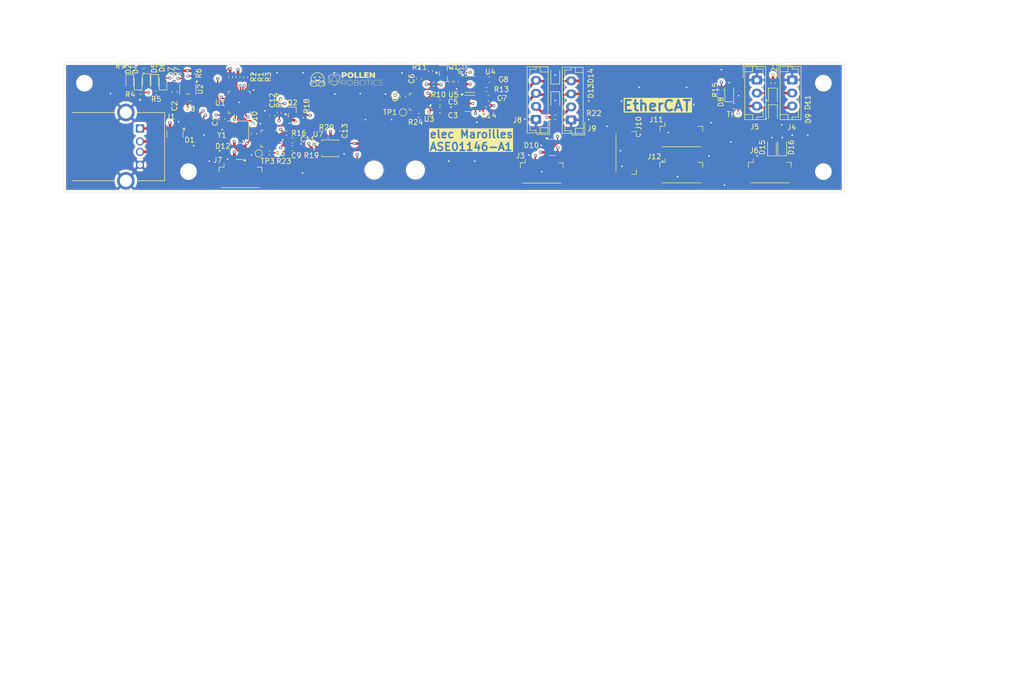
<source format=kicad_pcb>
(kicad_pcb (version 20241229) (generator "pcbnew") (generator_version "9.0")
  (title_block (title "carte elec_maroilles") (date "2025-11-26") (rev "A1") (company "Pollen Robotics / Hugging Face"))
  (layers (0 "F.Cu" jumper) (4 "In1.Cu" signal) (6 "In2.Cu" signal) (2 "B.Cu" signal) (13 "F.Paste" user) (15 "B.Paste" user) (5 "F.SilkS" user "F.Silkscreen") (7 "B.SilkS" user "B.Silkscreen") (1 "F.Mask" user) (3 "B.Mask" user) (25 "Edge.Cuts" user))
  (net 0 "")
  (net 1 "+3V3")
  (net 2 "GND")
  (net 3 "VBUS")
  (net 4 "Net-(U3-V3_{OUT})")
  (net 5 "/USB hub/DM-")
  (net 6 "/USB hub/DM+")
  (net 7 "Net-(D2-A)")
  (net 8 "Net-(D2-K)")
  (net 9 "Net-(U6-V3_{OUT})")
  (net 10 "/Dynamixel TTL/USB_DynM")
  (net 11 "Net-(D5-K)")
  (net 12 "Net-(D6-A)")
  (net 13 "Net-(D8-K)")
  (net 14 "/Dynamixel TTL/USB_headP")
  (net 15 "/Dynamixel TTL/USB_headM")
  (net 16 "/Dynamixel RS485/USB_gripperM")
  (net 17 "/Dynamixel RS485/USB_gripperP")
  (net 20 "/Dynamixel TTL/Dynamixel_dir")
  (net 21 "Net-(Q1-B)")
  (net 22 "Net-(Q2-B)")
  (net 23 "/Dynamixel RS485/Dynamixel_dir")
  (net 24 "Net-(U1-~{XRSTJ})")
  (net 25 "Net-(U1-BUSJ)")
  (net 26 "Net-(U1-REXT)")
  (net 27 "Net-(U1-LED1{slash}EESCL)")
  (net 28 "Net-(U1-LED2)")
  (net 29 "Net-(U1-TESTJ{slash}EESDA)")
  (net 30 "Net-(U2-WP)")
  (net 31 "/Dynamixel TTL/Tx")
  (net 32 "/Dynamixel TTL/Rx")
  (net 33 "Net-(R14-Pad2)")
  (net 34 "/Dynamixel RS485/Tx")
  (net 35 "/Dynamixel TTL/USB_DynP")
  (net 36 "/Dynamixel RS485/Rx")
  (net 37 "Net-(U3-~{DTR})")
  (net 38 "Net-(U3-~{RTS})")
  (net 39 "Net-(U6-~{DTR})")
  (net 40 "Net-(U6-~{RTS})")
  (net 41 "/Dynamixel RS485/USB_DynP")
  (net 42 "Net-(U1-XIN)")
  (net 43 "/Dynamixel RS485/USB_DynM")
  (net 45 "Net-(U1-XOUT)")
  (net 56 "Net-(D11-K)")
  (net 57 "Net-(J8-Pin_2)")
  (net 58 "Net-(D9-K)")
  (net 59 "Net-(D13-K)")
  (net 60 "Net-(D14-K)")
  (net 61 "Net-(J10-Pin_3)")
  (net 62 "Net-(J10-Pin_4)")
  (net 63 "Net-(J10-Pin_2)")
  (net 64 "Net-(J10-Pin_5)")
  (net 65 "Net-(J11-Pin_2)")
  (net 66 "Net-(J11-Pin_3)")
  (net 67 "Net-(Q1-C)")
  (net 68 "Net-(Q2-C)")
  (footprint "Connector_Molex:Molex_PicoBlade_53398-0571_1x05-1MP_P1.25mm_Vertical" (layer "F.Cu") (at 199.4785 77.851)
    (property "Reference" "J12")
    (property "Value" "PicoBlade 5")
  )
  (footprint "Capacitor_SMD:C_0603_1608Metric" (layer "F.Cu") (at 102.1025 63.0525 -90)
    (property "Reference" "C2")
    (property "Value" "100n")
  )
  (footprint "Connector_JST:JST_EH_B3B-EH-A_1x03_P2.50mm_Vertical" (layer "F.Cu") (at 220.7775 60.8 -90)
    (property "Reference" "J4")
    (property "Value" "DNP - Dynamixel-3")
  )
  (footprint "Package_DFN_QFN:WCH_QFN-16-1EP_3x3mm_P0.5mm_EP1.8x1.8mm" (layer "F.Cu") (at 148.865 64.96 180)
    (property "Reference" "U3")
    (property "Value" "CH343P")
  )
  (footprint "Resistor_SMD:R_0402_1005Metric" (layer "F.Cu") (at 155.2025 61.1 90)
    (property "Reference" "R12")
    (property "Value" "20k")
  )
  (footprint "Library_Pollen:Amphenol_LUSBA11100" (layer "F.Cu") (at 92.7375 73.6 -90)
    (property "Reference" "J1")
    (property "Value" "USB_A vert.")
  )
  (footprint "Package_DFN_QFN:WCH_QFN-16-1EP_3x3mm_P0.5mm_EP1.8x1.8mm" (layer "F.Cu") (at 120.3025 72.05 180)
    (property "Reference" "U6")
    (property "Value" "CH343P")
  )
  (footprint "Fiducial:Fiducial_1mm_Mask2mm" (layer "F.Cu") (at 209.7775 59.4 90)
    (property "Reference" "FID3" (hide yes))
    (property "Value" "DNP Fiducial")
  )
  (footprint "Resistor_SMD:R_0603_1608Metric" (layer "F.Cu") (at 209.5775 65.8)
    (property "Reference" "TH1")
    (property "Value" "100R thermistor")
  )
  (footprint "Resistor_SMD:R_0402_1005Metric" (layer "F.Cu") (at 120.3675 74.8)
    (property "Reference" "R23")
    (property "Value" "DNP - 0R")
  )
  (footprint "Resistor_SMD:R_0402_1005Metric" (layer "F.Cu") (at 128.9025 73.825)
    (property "Reference" "R19")
    (property "Value" "0R")
  )
  (footprint "Capacitor_SMD:C_0603_1608Metric" (layer "F.Cu") (at 149.07 60.54 90)
    (property "Reference" "C6")
    (property "Value" "100n")
  )
  (footprint "Diode_SMD:D_SOD-323" (layer "F.Cu") (at 175.2525 64.65 -90)
    (property "Reference" "D13")
    (property "Value" "DNP - B5819WS")
  )
  (footprint "Connector_Molex:Molex_PicoBlade_53398-0571_1x05-1MP_P1.25mm_Vertical" (layer "F.Cu") (at 216.4775 77.85)
    (property "Reference" "J6")
    (property "Value" "Pico5")
  )
  (footprint "Package_DFN_QFN:WQFN-24-1EP_4x4mm_P0.5mm_EP2.6x2.6mm" (layer "F.Cu") (at 114.515 65.1 90)
    (property "Reference" "U1")
    (property "Value" "FE1.1s_24-Pin_WQFN")
  )
  (footprint "Package_TO_SOT_SMD:SOT-143" (layer "F.Cu") (at 102.1775 71.2 -90)
    (property "Reference" "D1")
    (property "Value" "SP0503BAHT")
  )
  (footprint "Resistor_SMD:R_0402_1005Metric" (layer "F.Cu") (at 115.775 60.237 90)
    (property "Reference" "R3")
    (property "Value" "2k7")
  )
  (footprint "Resistor_SMD:R_0402_1005Metric" (layer "F.Cu") (at 95.5675 63.2 180)
    (property "Reference" "R4")
    (property "Value" "330R")
  )
  (footprint "Diode_SMD:D_SOD-323" (layer "F.Cu") (at 208.6775 63.35 90)
    (property "Reference" "D8")
    (property "Value" "5V1")
  )
  (footprint "Resistor_SMD:R_0402_1005Metric" (layer "F.Cu") (at 207.1775 62.7 -90)
    (property "Reference" "R15")
    (property "Value" "150R")
  )
  (footprint "Resistor_SMD:R_0402_1005Metric" (layer "F.Cu") (at 149.0025 67.6)
    (property "Reference" "R24")
    (property "Value" "DNP - 0R")
  )
  (footprint "Diode_SMD:D_SOD-323" (layer "F.Cu") (at 175.2525 59.95 90)
    (property "Reference" "D14")
    (property "Value" "DNP - B5819WS")
  )
  (footprint "Resistor_SMD:R_0402_1005Metric" (layer "F.Cu") (at 151.8425 61.61)
    (property "Reference" "R10")
    (property "Value" "10k")
  )
  (footprint "Connector_Molex:Molex_PicoBlade_53398-0571_1x05-1MP_P1.25mm_Vertical" (layer "F.Cu") (at 189.6285 74.801 -90)
    (property "Reference" "J10")
    (property "Value" "PicoBlade 5")
  )
  (footprint "TestPoint:TestPoint_Pad_D1.0mm" (layer "F.Cu") (at 118.2775 74.9 180)
    (property "Reference" "TP3")
    (property "Value" "TestPoint")
  )
  (footprint "Capacitor_SMD:C_0603_1608Metric" (layer "F.Cu") (at 162.4025 64.3 180)
    (property "Reference" "C7")
    (property "Value" "100n")
  )
  (footprint "Package_TO_SOT_SMD:SOT-23-5" (layer "F.Cu") (at 104.6275 62.5625 -90)
    (property "Reference" "U2")
    (property "Value" "24C02S")
  )
  (footprint "Library_Pollen:Logo_HF_2025" (layer "F.Cu") (at 129.5775 60.705191)
    (property "Reference" "H2" (hide yes))
    (property "Value" "Logo HF 2025" (hide yes))
  )
  (footprint "Resistor_SMD:R_0402_1005Metric" (layer "F.Cu") (at 105.5775 59.5 -90)
    (property "Reference" "R6")
    (property "Value" "5k1")
  )
  (footprint "Package_TO_SOT_SMD:SOT-23-5" (layer "F.Cu") (at 158.8025 65.3)
    (property "Reference" "U5")
    (property "Value" "SN74LVC1G126DBVR")
  )
  (footprint "Connector_JST:JST_EH_B4B-EH-A_1x04_P2.50mm_Vertical" (layer "F.Cu") (at 178.3025 68.45 90)
    (property "Reference" "J9")
    (property "Value" "DNP - Dynamixel-4")
  )
  (footprint "Resistor_SMD:R_0402_1005Metric" (layer "F.Cu") (at 96.1775 59 180)
    (property "Reference" "R9")
    (property "Value" "330R")
  )
  (footprint "Resistor_SMD:R_0402_1005Metric" (layer "F.Cu") (at 151.3025 59.11 90)
    (property "Reference" "R11")
    (property "Value" "10k")
  )
  (footprint "LED_SMD:LED_0603_1608Metric" (layer "F.Cu") (at 93.4775 61.2 -90)
    (property "Reference" "D2")
    (property "Value" "LED_Small")
  )
  (footprint "MountingHole:MountingHole_3.2mm_M3" (layer "F.Cu") (at 140.4275 78.1 90)
    (property "Reference" "H10" (hide yes))
    (property "Value" "MountingHole_Pad")
  )
  (footprint "Package_TO_SOT_SMD:SOT-23" (layer "F.Cu") (at 153.7425 59.55)
    (property "Reference" "Q1")
    (property "Value" "MMBT3906")
  )
  (footprint "Fiducial:Fiducial_1mm_Mask2mm" (layer "F.Cu") (at 123.7775 80.4 90)
    (property "Reference" "FID2" (hide yes))
    (property "Value" "DNP Fiducial")
  )
  (footprint "Library_Pollen:Logo_Pollen_2021_sq" (layer "F.Cu") (at 136.774898 58.905191)
    (property "Reference" "H3" (hide yes))
    (property "Value" "DNP Logo Pollen 2021")
  )
  (footprint "Connector_JST:JST_EH_B3B-EH-A_1x03_P2.50mm_Vertical" (layer "F.Cu") (at 213.9775 60.8 -90)
    (property "Reference" "J5")
    (property "Value" "DNP - Dynamixel-3")
  )
  (footprint "Resistor_SMD:R_0402_1005Metric" (layer "F.Cu") (at 156.2425 61.11 -90)
    (property "Reference" "R25")
    (property "Value" "0R")
  )
  (footprint "Capacitor_SMD:C_0603_1608Metric" (layer "F.Cu") (at 120.8775 67.6 90)
    (property "Reference" "C12")
    (property "Value" "100n")
  )
  (footprint "TestPoint:TestPoint_Pad_D1.0mm" (layer "F.Cu") (at 146.0025 67)
    (property "Reference" "TP1")
    (property "Value" "TestPoint")
  )
  (footprint "LED_SMD:LED_0603_1608Metric" (layer "F.Cu") (at 99.8775 61.2 90)
    (property "Reference" "D7")
    (property "Value" "LED_Small")
  )
  (footprint "LED_SMD:LED_0603_1608Metric" (layer "F.Cu") (at 96.6775 61.055 -90)
    (property "Reference" "D5")
    (property "Value" "LED_Small")
  )
  (footprint "LED_SMD:LED_0603_1608Metric" (layer "F.Cu") (at 95.0775 61.2 90)
    (property "Reference" "D4")
    (property "Value" "LED_Small")
  )
  (footprint "Capacitor_SMD:C_0603_1608Metric" (layer "F.Cu") (at 117.3525 71.1 -90)
    (property "Reference" "C10")
    (property "Value" "100n")
  )
  (footprint "Resistor_SMD:R_0402_1005Metric" (layer "F.Cu") (at 131.6025 71.55 180)
    (property "Reference" "R20")
    (property "Value" "10k")
  )
  (footprint "Capacitor_SMD:C_0603_1608Metric" (layer "F.Cu") (at 145.9675 64.005 90)
    (property "Reference" "C4")
    (property "Value" "100n")
  )
  (footprint "Crystal:Crystal_SMD_3225-4Pin_3.2x2.5mm" (layer "F.Cu") (at 114.2775 70.4 180)
    (property "Reference" "Y1")
    (property "Value" "12MHz")
  )
  (footprint "Resistor_SMD:R_0402_1005Metric" (layer "F.Cu") (at 161.9025 66.3 180)
    (property "Reference" "R14")
    (property "Value" "10k")
  )
  (footprint "Capacitor_SMD:C_0603_1608Metric" (layer "F.Cu") (at 124.7525 72.4 180)
    (property "Reference" "C11")
    (property "Value" "1uF-6V3")
  )
  (footprint "Resistor_SMD:R_0402_1005Metric" (layer "F.Cu") (at 162.0025 62.6 180)
    (property "Reference" "R13")
    (property "Value" "10k")
  )
  (footprint "Diode_SMD:D_SOD-323" (layer "F.Cu") (at 217.0775 67.15 -90)
    (property "Reference" "D9")
    (property "Value" "DNP - B5819WS")
  )
  (footprint "LED_SMD:LED_0603_1608Metric" (layer "F.Cu") (at 98.2775 61.2 -90)
    (property "Reference" "D6")
    (property "Value" "LED_Small")
  )
  (footprint "Connector_JST:JST_EH_B4B-EH-A_1x04_P2.50mm_Vertical" (layer "F.Cu") (at 171.5525 68.35 90)
    (property "Reference" "J8")
    (property "Value" "DNP - Dynamixel-4")
  )
  (footprint "Capacitor_SMD:C_0603_1608Metric" (layer "F.Cu") (at 153.1025 65.1 180)
    (property "Reference" "C5")
    (property "Value" "1uF-6V3")
  )
  (footprint "Capacitor_SMD:C_0603_1608Metric" (layer "F.Cu") (at 153.1025 66.6 180)
    (property "Reference" "C3")
    (property "Value" "1uF-6V3")
  )
  (footprint "MountingHole:MountingHole_3.2mm_M3_ISO7380_Pad_TopBottom" (layer "F.Cu") (at 84.7775 61.4)
    (property "Reference" "H4" (hide yes))
    (property "Value" "MountingHole_Pad")
  )
  (footprint "Connector_Molex:Molex_PicoBlade_53398-0571_1x05-1MP_P1.25mm_Vertical" (layer "F.Cu") (at 172.6525 77.9)
    (property "Reference" "J3")
    (property "Value" "Pico5")
  )
  (footprint "MountingHole:MountingHole_3.2mm_M3" (layer "F.Cu") (at 148.3775 78.1 90)
    (property "Reference" "H11" (hide yes))
    (property "Value" "MountingHole_Pad")
  )
  (footprint "Resistor_SMD:R_0402_1005Metric" (layer "F.Cu") (at 127.215 68.05 90)
    (property "Reference" "R18")
    (property "Value" "20k")
  )
  (footprint "Diode_SMD:D_SOD-323" (layer "F.Cu") (at 217.0775 63.95 -90)
    (property "Reference" "D11")
    (property "Value" "DNP - B5819WS")
  )
  (footprint "MountingHole:MountingHole_3.2mm_M3_ISO7380_Pad_TopBottom" (layer "F.Cu") (at 226.7775 61.4)
    (property "Reference" "H6" (hide yes))
    (property "Value" "MountingHole_Pad")
  )
  (footprint "Resistor_SMD:R_0402_1005Metric" (layer "F.Cu") (at 103.6775 59.5 -90)
    (property "Reference" "R7")
    (property "Value" "5k1")
  )
  (footprint "Resistor_SMD:R_0402_1005Metric" (layer "F.Cu") (at 175.2525 67.95)
    (property "Reference" "R22")
    (property "Value" "DNP - 0R")
  )
  (footprint "Fiducial:Fiducial_1mm_Mask2mm" (layer "F.Cu") (at 89.7775 59.4 90)
    (property "Reference" "FID1" (hide yes))
    (property "Value" "DNP Fiducial")
  )
  (footprint "Resistor_SMD:R_0402_1005Metric" (layer "F.Cu") (at 123.5775 71)
    (property "Reference" "R16")
    (property "Value" "10k")
  )
  (footprint "Resistor_SMD:R_0402_1005Metric" (layer "F.Cu") (at 105.1025 65.1525 180)
    (property "Reference" "R8")
    (property "Value" "10k")
  )
  (footprint "Connector_Molex:Molex_PicoBlade_53398-0571_1x05-1MP_P1.25mm_Vertical" (layer "F.Cu") (at 199.4785 70.901)
    (property "Reference" "J11")
    (property "Value" "PicoBlade 5")
  )
  (footprint "Capacitor_SMD:C_0603_1608Metric" (layer "F.Cu") (at 133.3775 70.6 -90)
    (property "Reference" "C13")
    (property "Value" "100n")
  )
  (footprint "Package_TO_SOT_SMD:SOT-143" (layer "F.Cu") (at 114.5775 74.5 180)
    (property "Reference" "D12")
    (property "Value" "SP0503BAHT")
  )
  (footprint "Resistor_SMD:R_0402_1005Metric" (layer "F.Cu") (at 122.215 67.05 90)
    (property "Reference" "R17")
    (property "Value" "10k")
  )
  (footprint "MountingHole:MountingHole_3.2mm_M3_ISO7380_Pad_TopBottom" (layer "F.Cu") (at 226.7775 78.4)
    (property "Reference" "H7" (hide yes))
    (property "Value" "MountingHole_Pad")
  )
  (footprint "Connector_Molex:Molex_PicoBlade_53398-0571_1x05-1MP_P1.25mm_Vertical" (layer "F.Cu") (at 114.7775 78.75)
    (property "Reference" "J7")
    (property "Value" "Pico5")
  )
  (footprint "Resistor_SMD:R_0402_1005Metric" (layer "F.Cu") (at 112.8775 60.227 -90)
    (property "Reference" "R2")
    (property "Value" "0R")
  )
  (footprint "Package_TO_SOT_SMD:SOT-23-5" (layer "F.Cu") (at 158.9025 61.6)
    (property "Reference" "U4")
    (property "Value" "SN74LVC1G125DBV")
  )
  (footprint "Package_TO_SOT_SMD:SOT-143" (layer "F.Cu") (at 174.6525 73.75)
    (property "Reference" "D10")
    (property "Value" "SP0503BAHT")
  )
  (footprint "MountingHole:MountingHole_3.2mm_M3_ISO7380_Pad_TopBottom" (layer "F.Cu") (at 104.7775 78.4)
    (property "Reference" "H5" (hide yes))
    (property "Value" "MountingHole_Pad")
  )
  (footprint "Package_TO_SOT_SMD:SOT-23" (layer "F.Cu") (at 124.715 67.55)
    (property "Reference" "Q2")
    (property "Value" "MMBT3906")
  )
  (footprint "Capacitor_SMD:C_0603_1608Metric" (layer "F.Cu") (at 124.7525 73.9 180)
    (property "Reference" "C9")
    (property "Value" "1uF-6V3")
  )
  (footprint "Resistor_SMD:R_0402_1005Metric" (layer "F.Cu") (at 217.0775 61.4 -90)
    (property "Reference" "R21")
    (property "Value" "DNP - 0R")
  )
  (footprint "Diode_SMD:D_SOD-323" (layer "F.Cu") (at 216.8775 73.75 90)
    (property "Reference" "D15")
    (property "Value" "B5819WS")
  )
  (footprint "Capacitor_SMD:C_0603_1608Metric" (layer "F.Cu") (at 111.2775 68.3 -90)
    (property "Reference" "C1")
    (property "Value" "10u")
  )
  (footprint "Resistor_SMD:R_0402_1005Metric" (layer "F.Cu") (at 98.5675 63.3 180)
    (property "Reference" "R5")
    (property "Value" "330R")
  )
  (footprint "Diode_SMD:D_SOD-323" (layer "F.Cu") (at 218.8775 73.75 90)
    (property "Reference" "D16")
    (property "Value" "B5819WS")
  )
  (footprint "Capacitor_SMD:C_0603_1608Metric" (layer "F.Cu") (at 162.6025 60.7 180)
    (property "Reference" "C8")
    (property "Value" "100n")
  )
  (footprint "Package_DFN_QFN:DFN-8-1EP_3x3mm_P0.65mm_EP1.5x2.25mm" (layer "F.Cu") (at 132.0025 73.925)
    (property "Reference" "U7")
    (property "Value" "SIT3088E")
  )
  (footprint "Resistor_SMD:R_0402_1005Metric" (layer "F.Cu") (at 114.275 60.227 -90)
    (property "Reference" "R1")
    (property "Value" "10k")
  )
  (gr_rect (start 80.7775 57.4) (end 230.7775 82.4) (stroke (width 0.05)) (fill no) (layer "Edge.Cuts"))
  (gr_text "elec Maroilles\nASE01146-A1" (at 150.9775 74.5 0) (layer "F.SilkS" knockout) (effects (font (size 1.5 1.5) (thickness 0.3) (bold yes)) (justify left bottom)))
  (gr_text "EtherCAT" (at 188.0775 66.9 0) (layer "F.SilkS" knockout) (effects (font (size 2 2) (thickness 0.4) (bold yes)) (justify left bottom)))
  (segment (start 114.2775 58.8) (end 114.2775 59.7145) (width 0.5) (layer "F.Cu") (net 1))
  (segment (start 111.9025 67.525) (end 111.2775 67.525) (width 0.25) (layer "F.Cu") (net 1))
  (segment (start 114.2775 59.7145) (end 114.275 59.717) (width 0.5) (layer "F.Cu") (net 1))
  (segment (start 112.5775 64.35) (end 111.3275 64.35) (width 0.25) (layer "F.Cu") (net 1))
  (segment (start 111.2775 67.525) (end 110.1025 67.525) (width 0.25) (layer "F.Cu") (net 1))
  (segment (start 110.1025 67.525) (end 110.0775 67.5) (width 0.25) (layer "F.Cu") (net 1))
  (segment (start 112.2775 67.9) (end 111.9025 67.525) (width 0.25) (layer "F.Cu") (net 1))
  (segment (start 111.3275 64.35) (end 111.0775 64.1) (width 0.25) (layer "F.Cu") (net 1))
  (segment (start 113.1775 67.9) (end 112.2775 67.9) (width 0.25) (layer "F.Cu") (net 1))
  (segment (start 113.265 67.8125) (end 113.1775 67.9) (width 0.25) (layer "F.Cu") (net 1))
  (segment (start 113.265 67.0375) (end 113.265 67.8125) (width 0.25) (layer "F.Cu") (net 1))
  (via (at 111.0775 64.1) (size 0.6) (drill 0.3) (layers "F.Cu" "B.Cu") (net 1))
  (via (at 114.2775 58.8) (size 0.6) (drill 0.3) (layers "F.Cu" "B.Cu") (net 1))
  (via (at 110.0775 67.5) (size 0.6) (drill 0.3) (layers "F.Cu" "B.Cu") (net 1))
  (segment (start 213.9775 75.4) (end 214.0275 75.35) (width 0.5) (layer "F.Cu") (net 2))
  (segment (start 120.8775 66.825) (end 119.6025 66.825) (width 0.5) (layer "F.Cu") (net 2))
  (segment (start 102.9275 70.2) (end 102.9275 68.85) (width 0.25) (layer "F.Cu") (net 2))
  (segment (start 155.2025 61.61) (end 156.0925 62.5) (width 0.25) (layer "F.Cu") (net 2))
  (segment (start 196.9785 69.651) (end 196.9785 70.901) (width 0.5) (layer "F.Cu") (net 2))
  (segment (start 121.79 72.3) (end 122.8775 72.3) (width 0.25) (layer "F.Cu") (net 2))
  (segment (start 102.0775 61.1) (end 102.1025 61.125) (width 0.5) (layer "F.Cu") (net 2))
  (segment (start 155.4525 66.25) (end 155.2025 66) (width 0.25) (layer "F.Cu") (net 2))
  (segment (start 157.765 62.55) (end 156.3525 62.55) (width 0.25) (layer "F.Cu") (net 2))
  (segment (start 102.9275 68.85) (end 102.8775 68.8) (width 0.25) (layer "F.Cu") (net 2))
  (segment (start 104.6275 61.425) (end 104.6275 61.9916) (width 0.5) (layer "F.Cu") (net 2))
  (segment (start 217.0775 65) (end 216.1775 65) (width 0.25) (layer "F.Cu") (net 2))
  (segment (start 156.0925 62.5) (end 156.3025 62.5) (width 0.25) (layer "F.Cu") (net 2))
  (segment (start 115.6275 75.2) (end 115.5775 75.25) (width 0.5) (layer "F.Cu") (net 2))
  (segment (start 169.4275 68.35) (end 169.3775 68.3) (width 0.25) (layer "F.Cu") (net 2))
  (segment (start 196.9785 76.601) (end 196.0785 76.601) (width 0.5) (layer "F.Cu") (net 2))
  (segment (start 116.3025 70.325) (end 115.3775 71.25) (width 0.25) (layer "F.Cu") (net 2))
  (segment (start 134.5775 74.9) (end 134.6775 75) (width 0.25) (layer "F.Cu") (net 2))
  (segment (start 125.5275 73.9) (end 125.5275 73.1) (width 0.25) (layer "F.Cu") (net 2))
  (segment (start 175.2525 65.7) (end 175.2525 64.75) (width 0.5) (layer "F.Cu") (net 2))
  (segment (start 208.6775 62.3) (end 208.6775 61.3) (width 0.5) (layer "F.Cu") (net 2))
  (segment (start 153.8775 66.6) (end 154.4775 66) (width 0.25) (layer "F.Cu") (net 2))
  (segment (start 119.6025 66.825) (end 119.4775 66.7) (width 0.5) (layer "F.Cu") (net 2))
  (segment (start 117.3525 70.325) (end 116.3025 70.325) (width 0.25) (layer "F.Cu") (net 2))
  (segment (start 104.6275 61.9916) (end 104.0806 62.5385) (width 0.5) (layer "F.Cu") (net 2))
  (segment (start 156.3525 62.55) (end 156.3025 62.5) (width 0.25) (layer "F.Cu") (net 2))
  (segment (start 149.07 58.6075) (end 149.0775 58.6) (width 0.25) (layer "F.Cu") (net 2))
  (segment (start 117.4525 70.325) (end 118.5775 69.2) (width 0.25) (layer "F.Cu") (net 2))
  (segment (start 115.3775 72.1) (end 115.3775 71.25) (width 0.25) (layer "F.Cu") (net 2))
  (segment (start 213.9775 76.6) (end 213.9775 75.4) (width 0.5) (layer "F.Cu") (net 2))
  (segment (start 111.2775 69.075) (end 111.8525 69.075) (width 0.25) (layer "F.Cu") (net 2))
  (segment (start 151.310762 65.624378) (end 150.896384 65.21) (width 0.25) (layer "F.Cu") (net 2))
  (segment (start 121.79 72.3) (end 120.5525 72.3) (width 0.25) (layer "F.Cu") (net 2))
  (segment (start 172.6525 78.375) (end 172.6775 78.4) (width 0.25) (layer "F.Cu") (net 2))
  (segment (start 157.665 66.25) (end 155.4525 66.25) (width 0.25) (layer "F.Cu") (net 2))
  (segment (start 154.4775 66) (end 155.2025 66) (width 0.25) (layer "F.Cu") (net 2))
  (segment (start 170.1525 76.65) (end 170.1525 75.225) (width 0.5) (layer "F.Cu") (net 2))
  (segment (start 115.2775 72.2) (end 115.3775 72.1) (width 0.25) (layer "F.Cu") (net 2))
  (segment (start 150.896384 65.21) (end 150.3525 65.21) (width 0.25) (layer "F.Cu") (net 2))
  (segment (start 112.2775 77.5) (end 112.2775 76) (width 0.5) (layer "F.Cu") (net 2))
  (segment (start 102.3635 62.5385) (end 102.1025 62.2775) (width 0.5) (layer "F.Cu") (net 2))
  (segment (start 175.2525 58.9) (end 175.2525 59.85) (width 0.5) (layer "F.Cu") (net 2))
  (segment (start 125.5275 73.1) (end 126.3775 73.1) (width 0.25) (layer "F.Cu") (net 2))
  (segment (start 115.2775 72.5) (end 115.2775 72.2) (width 0.25) (layer "F.Cu") (net 2))
  (segment (start 149.115 65.21) (end 148.865 64.96) (width 0.25) (layer "F.Cu") (net 2))
  (segment (start 216.8775 72.7) (end 216.8775 71.85) (width 0.5) (layer "F.Cu") (net 2))
  (segment (start 116.8775 75.2) (end 115.6275 75.2) (width 0.5) (layer "F.Cu") (net 2))
  (segment (start 190.8785 72.301) (end 190.8785 72.001) (width 0.5) (layer "F.Cu") (net 2))
  (segment (start 114.515 65.1) (end 114.4775 65.1) (width 0.5) (layer "F.Cu") (net 2))
  (segment (start 125.5275 73.1) (end 125.5275 72.4) (width 0.25) (layer "F.Cu") (net 2))
  (segment (start 172.6525 76.65) (end 172.6525 78.375) (width 0.25) (layer "F.Cu") (net 2))
  (segment (start 117.3525 70.325) (end 117.4525 70.325) (width 0.25) (layer "F.Cu") (net 2))
  (segment (start 173.6525 73) (end 173.3025 73.35) (width 0.5) (layer "F.Cu") (net 2))
  (segment (start 133.4025 74.9) (end 134.5775 74.9) (width 0.25) (layer "F.Cu") (net 2))
  (segment (start 112.3275 69.55) (end 113.1775 69.55) (width 0.25) (layer "F.Cu") (net 2))
  (segment (start 111.8525 69.075) (end 112.3275 69.55) (width 0.25) (layer "F.Cu") (net 2))
  (segment (start 102.1025 62.2775) (end 102.1025 61.125) (width 0.5) (layer "F.Cu") (net 2))
  (segment (start 150.3525 65.21) (end 149.115 65.21) (width 0.25) (layer "F.Cu") (net 2))
  (segment (start 218.8775 72.7) (end 218.8775 71.85) (width 0.5) (layer "F.Cu") (net 2))
  (segment (start 120.5525 72.3) (end 120.3025 72.05) (width 0.25) (layer "F.Cu") (net 2))
  (segment (start 171.5525 68.35) (end 169.4275 68.35) (width 0.25) (layer "F.Cu") (net 2))
  (segment (start 190.8785 72.001) (end 191.5785 71.301) (width 0.5) (layer "F.Cu") (net 2))
  (segment (start 173.3025 73.35) (end 172.5525 73.35) (width 0.5) (layer "F.Cu") (net 2))
  (segment (start 216.1775 65) (end 215.8775 64.7) (width 0.25) (layer "F.Cu") (net 2))
  (segment (start 170.1525 75.225) (end 170.1775 75.2) (width 0.5) (layer "F.Cu") (net 2))
  (segment (start 196.0785 76.601) (end 195.8785 76.401) (width 0.5) (layer "F.Cu") (net 2))
  (segment (start 217.0775 68.2) (end 215.7775 68.2) (width 0.25) (layer "F.Cu") (net 2))
  (segment (start 104.0806 62.5385) (end 102.3635 62.5385) (width 0.5) (layer "F.Cu") (net 2))
  (segment (start 149.07 59.765) (end 149.07 58.6075) (width 0.25) (layer "F.Cu") (net 2))
  (segment (start 111.2775 69.075) (end 111.2775 70.3) (width 0.25) (layer "F.Cu") (net 2))
  (via (at 138.7775 59.4) (size 0.6) (drill 0.3) (layers "F.Cu" "B.Cu") (net 2))
  (via (at 156.5775 58.9) (size 0.6) (drill 0.3) (layers "F.Cu" "B.Cu") (net 2))
  (via (at 115.2775 72.5) (size 0.6) (drill 0.3) (layers "F.Cu" "B.Cu") (net 2))
  (via (at 208.6775 61.3) (size 0.6) (drill 0.3) (layers "F.Cu" "B.Cu") (net 2))
  (via (at 137.7775 63.4) (size 0.6) (drill 0.3) (layers "F.Cu" "B.Cu") (net 2))
  (via (at 156.3025 62.5) (size 0.6) (drill 0.3) (layers "F.Cu" "B.Cu") (net 2))
  (via (at 117.2775 62.7) (size 0.6) (drill 0.3) (layers "F.Cu" "B.Cu") (net 2))
  (via (at 119.4775 66.7) (size 0.6) (drill 0.3) (layers "F.Cu" "B.Cu") (net 2))
  (via (at 218.7775 69.4) (size 0.6) (drill 0.3) (layers "F.Cu" "B.Cu") (net 2))
  (via (at 151.310762 65.624378) (size 0.6) (drill 0.3) (layers "F.Cu" "B.Cu") (net 2))
  (via (at 210.4775 63.8) (size 0.6) (drill 0.3) (layers "F.Cu" "B.Cu") (net 2))
  (via (at 204.7775 75.4) (size 0.6) (drill 0.3) (layers "F.Cu" "B.Cu") (net 2))
  (via (at 216.8775 71.85) (size 0.6) (drill 0.3) (layers "F.Cu" "B.Cu") (net 2))
  (via (at 187.9775 64.8) (size 0.6) (drill 0.3) (layers "F.Cu" "B.Cu") (net 2))
  (via (at 126.6775 78.7) (size 0.6) (drill 0.3) (layers "F.Cu" "B.Cu") (net 2))
  (via (at 181.6775 68.4) (size 0.6) (drill 0.3) (layers "F.Cu" "B.Cu") (net 2))
  (via (at 138.7775 68.4) (size 0.6) (drill 0.3) (layers "F.Cu" "B.Cu") (net 2))
  (via (at 205.1775 69) (size 0.6) (drill 0.3) (layers "F.Cu" "B.Cu") (net 2))
  (via (at 117.1275 59.7) (size 0.6) (drill 0.3) (layers "F.Cu" "B.Cu") (net 2))
  (via (at 102.8775 68.8) (size 0.6) (drill 0.3) (layers "F.Cu" "B.Cu") (net 2))
  (via (at 207.1775 58.8) (size 0.6) (drill 0.3) (layers "F.Cu" "B.Cu") (net 2))
  (via (at 195.6775 64.8) (size 0.6) (drill 0.3) (layers "F.Cu" "B.Cu") (net 2))
  (via (at 143.7775 68.4) (size 0.6) (drill 0.3) (layers "F.Cu" "B.Cu") (net 2))
  (via (at 191.3775 62.2) (size 0.6) (drill 0.3) (layers "F.Cu" "B.Cu") (net 2))
  (via (at 223.7775 68.4) (size 0.6) (drill 0.3) (layers "F.Cu" "B.Cu") (net 2))
  (via (at 102.1025 61.125) (size 0.6) (drill 0.3) (layers "F.Cu" "B.Cu") (net 2))
  (via (at 181.6775 64.8) (size 0.6) (drill 0.3) (layers "F.Cu" "B.Cu") (net 2))
  (via (at 107.7775 71.4) (size 0.6) (drill 0.3) (layers "F.Cu" "B.Cu") (net 2))
  (via (at 126.7775 59.4) (size 0.6) (drill 0.3) (layers "F.Cu" "B.Cu") (net 2))
  (via (at 195.8785 76.401) (size 0.6) (drill 0.3) (layers "F.Cu" "B.Cu") (net 2))
  (via (at 110.7775 74.4) (size 0.6) (drill 0.3) (layers "F.Cu" "B.Cu") (net 2))
  (via (at 159.7775 76.4) (size 0.6) (drill 0.3) (layers "F.Cu" "B.Cu") (net 2))
  (via (at 223.7775 65.4) (size 0.6) (drill 0.3) (layers "F.Cu" "B.Cu") (net 2))
  (via (at 220.7775 71.4) (size 0.6) (drill 0.3) (layers "F.Cu" "B.Cu") (net 2))
  (via (at 160.1775 68.9) (size 0.6) (drill 0.3) (layers "F.Cu" "B.Cu") (net 2))
  (via (at 172.5525 73.35) (size 0.6) (drill 0.3) (layers "F.Cu" "B.Cu") (net 2))
  (via (at 114.515 65.1) (size 0.6) (drill 0.3) (layers "F.Cu" "B.Cu") (net 2))
  (via (at 112.2775 76) (size 0.6) (drill 0.3) (layers "F.Cu" "B.Cu") (net 2))
  (via (at 207.7775 81) (size 0.6) (drill 0.3) (layers "F.Cu" "B.Cu") (net 2))
  (via (at 94.3275 59) (size 0.6) (drill 0.3) (layers "F.Cu" "B.Cu") (net 2))
  (via (at 126.3775 73.1) (size 0.6) (drill 0.3) (layers "F.Cu" "B.Cu") (net 2))
  (via (at 155.2025 66) (size 0.6) (drill 0.3) (layers "F.Cu" "B.Cu") (net 2))
  (via (at 223.7775 71.4) (size 0.6) (drill 0.3) (layers "F.Cu" "B.Cu") (net 2))
  (via (at 165.0775 64.3) (size 0.6) (drill 0.3) (layers "F.Cu" "B.Cu") (net 2))
  (via (at 170.1775 75.2) (size 0.6) (drill 0.3) (layers "F.Cu" "B.Cu") (net 2))
  (via (at 163.9775 73.3) (size 0.6) (drill 0.3) (layers "F.Cu" "B.Cu") (net 2))
  (via (at 175.2525 64.75) (size 0.6) (drill 0.3) (layers "F.Cu" "B.Cu") (net 2))
  (via (at 187.7775 74.4) (size 0.6) (drill 0.3) (layers "F.Cu" "B.Cu") (net 2))
  (via (at 215.7775 68.2) (size 0.6) (drill 0.3) (layers "F.Cu" "B.Cu") (net 2))
  (via (at 218.8775 71.85) (size 0.6) (drill 0.3) (layers "F.Cu" "B.Cu") (net 2))
  (via (at 121.7775 59.4) (size 0.6) (drill 0.3) (layers "F.Cu" "B.Cu") (net 2))
  (via (at 142.6275 63.5) (size 0.6) (drill 0.3) (layers "F.Cu" "B.Cu") (net 2))
  (via (at 165.1775 60.8) (size 0.6) (drill 0.3) (layers "F.Cu" "B.Cu") (net 2))
  (via (at 185.1775 69.7) (size 0.6) (drill 0.3) (layers "F.Cu" "B.Cu") (net 2))
  (via (at 134.6775 75) (size 0.6) (drill 0.3) (layers "F.Cu" "B.Cu") (net 2))
  (via (at 169.3775 68.3) (size 0.6) (drill 0.3) (layers "F.Cu" "B.Cu") (net 2))
  (via (at 149.0775 58.6) (size 0.6) (drill 0.3) (layers "F.Cu" "B.Cu") (net 2))
  (via (at 122.8775 72.3) (size 0.6) (drill 0.3) (layers "F.Cu" "B.Cu") (net 2))
  (via (at 198.7775 79.4) (size 0.6) (drill 0.3) (layers "F.Cu" "B.Cu") (net 2))
  (via (at 200.4775 62.2) (size 0.6) (drill 0.3) (layers "F.Cu" "B.Cu") (net 2))
  (via (at 182.4775 62.2) (size 0.6) (drill 0.3) (layers "F.Cu" "B.Cu") (net 2))
  (via (at 172.6775 78.4) (size 0.6) (drill 0.3) (layers "F.Cu" "B.Cu") (net 2))
  (via (at 208.9775 72.7) (size 0.6) (drill 0.3) (layers "F.Cu" "B.Cu") (net 2))
  (via (at 118.5775 69.2) (size 0.6) (drill 0.3) (layers "F.Cu" "B.Cu") (net 2))
  (via (at 108.7775 76.4) (size 0.6) (drill 0.3) (layers "F.Cu" "B.Cu") (net 2))
  (via (at 175.2525 59.85) (size 0.6) (drill 0.3) (layers "F.Cu" "B.Cu") (net 2))
  (via (at 105.7775 73.4) (size 0.6) (drill 0.3) (layers "F.Cu" "B.Cu") (net 2))
  (via (at 154.7775 76.4) (size 0.6) (drill 0.3) (layers "F.Cu" "B.Cu") (net 2))
  (via (at 89.7775 63.4) (size 0.6) (drill 0.3) (layers "F.Cu" "B.Cu") (net 2))
  (via (at 145.7775 59.4) (size 0.6) (drill 0.3) (layers "F.Cu" "B.Cu") (net 2))
  (via (at 214.0275 75.35) (size 0.6) (drill 0.3) (layers "F.Cu" "B.Cu") (net 2))
  (via (at 188.0775 77.4) (size 0.6) (drill 0.3) (layers "F.Cu" "B.Cu") (net 2))
  (via (at 132.8775 63.5) (size 0.6) (drill 0.3) (layers "F.Cu" "B.Cu") (net 2))
  (via (at 196.9785 70.901) (size 0.6) (drill 0.3) (layers "F.Cu" "B.Cu") (net 2))
  (via (at 132.7775 59.4) (size 0.6) (drill 0.3) (layers "F.Cu" "B.Cu") (net 2))
  (via (at 215.8775 64.7) (size 0.6) (drill 0.3) (layers "F.Cu" "B.Cu") (net 2))
  (via (at 201.8775 65.5) (size 0.6) (drill 0.3) (layers "F.Cu" "B.Cu") (net 2))
  (via (at 116.8775 75.2) (size 0.6) (drill 0.3) (layers "F.Cu" "B.Cu") (net 2))
  (via (at 191.5785 71.301) (size 0.6) (drill 0.3) (layers "F.Cu" "B.Cu") (net 2))
  (via (at 111.2775 70.3) (size 0.6) (drill 0.3) (layers "F.Cu" "B.Cu") (net 2))
  (segment (start 122.9775 73.3) (end 123.5775 73.9) (width 0.25) (layer "F.Cu") (net 3))
  (segment (start 113.5235 60.363) (end 112.8775 59.717) (width 0.25) (layer "F.Cu") (net 3))
  (segment (start 150.3625 65.7) (end 150.5025 65.7) (width 0.25) (layer "F.Cu") (net 3))
  (segment (start 115.5775 73.4) (end 115.9775 73) (width 0.25) (layer "F.Cu") (net 3))
  (segment (start 111.7775 59.3) (end 112.4775 58.6) (width 0.25) (layer "F.Cu") (net 3))
  (segment (start 151.5125 64.71) (end 151.9025 65.1) (width 0.25) (layer "F.Cu") (net 3))
  (segment (start 144.9725 63.23) (end 144.5025 63.7) (width 0.25) (layer "F.Cu") (net 3))
  (segment (start 123.8775 72.4) (end 123.0775 73.2) (width 0.25) (layer "F.Cu") (net 3))
  (segment (start 152.3525 61.61) (end 153.2125 61.61) (width 0.25) (layer "F.Cu") (net 3))
  (segment (start 132.1125 71.55) (end 133.2025 71.55) (width 0.25) (layer "F.Cu") (net 3))
  (segment (start 151.4025 66.6) (end 152.3275 66.6) (width 0.25) (layer "F.Cu") (net 3))
  (segment (start 161.5775 64.35) (end 161.6275 64.3) (width 0.25) (layer "F.Cu") (net 3))
  (segment (start 118.815 71.3) (end 117.9275 71.3) (width 0.25) (layer "F.Cu") (net 3))
  (segment (start 122.646202 71.646) (end 123.4415 71.646) (width 0.25) (layer "F.Cu") (net 3))
  (segment (start 123.0775 73.2) (end 122.4775 73.8) (width 0.25) (layer "F.Cu") (net 3))
  (segment (start 134.4775 72.6) (end 134.4775 71.7) (width 0.25) (layer "F.Cu") (net 3))
  (segment (start 152.3525 61.25) (end 152.805 60.7975) (width 0.25) (layer "F.Cu") (net 3))
  (segment (start 217.0775 60.89) (end 217.0775 59.8) (width 0.5) (layer "F.Cu") (net 3))
  (segment (start 105.5675 59) (end 105.5775 58.99) (width 0.5) (layer "F.Cu") (net 3))
  (segment (start 123.4415 71.864) (end 123.4415 71.646) (width 0.25) (layer "F.Cu") (net 3))
  (segment (start 132.0775 70.7) (end 132.0775 71.515) (width 0.5) (layer "F.Cu") (net 3))
  (segment (start 152.3525 61.61) (end 152.3525 61.25) (width 0.25) (layer "F.Cu") (net 3))
  (segment (start 132.0775 71.515) (end 132.1125 71.55) (width 0.5) (layer "F.Cu") (net 3))
  (segment (start 103.6875 59) (end 103.6775 58.99) (width 0.5) (layer "F.Cu") (net 3))
  (segment (start 161.8275 61.425) (end 161.8275 60.7) (width 0.25) (layer "F.Cu") (net 3))
  (segment (start 150.3525 65.71) (end 150.3625 65.7) (width 0.25) (layer "F.Cu") (net 3))
  (segment (start 133.4025 72.95) (end 134.1275 72.95) (width 0.25) (layer "F.Cu") (net 3))
  (segment (start 161.7775 60.65) (end 161.8275 60.7) (width 0.25) (layer "F.Cu") (net 3))
  (segment (start 113.5235 62.269259) (end 113.5235 60.363) (width 0.25) (layer "F.Cu") (net 3))
  (segment (start 134.1275 72.95) (end 134.4775 72.6) (width 0.25) (layer "F.Cu") (net 3))
  (segment (start 111.7775 63.7) (end 111.7775 59.3) (width 0.25) (layer "F.Cu") (net 3))
  (segment (start 104.5925 65.1525) (end 104.5925 64.615) (width 0.5) (layer "F.Cu") (net 3))
  (segment (start 104.5775 59) (end 105.5675 59) (width 0.5) (layer "F.Cu") (net 3))
  (segment (start 112.7775 58.6) (end 112.7775 59.617) (width 0.5) (layer "F.Cu") (net 3))
  (segment (start 125.0775 68.5) (end 125.3775 68.8) (width 0.5) (layer "F.Cu") (net 3))
  (segment (start 151.0275 66.975) (end 151.0025 66.975) (width 0.25) (layer "F.Cu") (net 3))
  (segment (start 104.5775 59) (end 103.6875 59) (width 0.5) (layer "F.Cu") (net 3))
  (segment (start 152.805 60.7975) (end 152.805 60.5) (width 0.25) (layer "F.Cu") (net 3))
  (segment (start 160.04 60.65) (end 161.7775 60.65) (width 0.25) (layer "F.Cu") (net 3))
  (segment (start 111.9275 63.85) (end 111.7775 63.7) (width 0.25) (layer "F.Cu") (net 3))
  (segment (start 162.5125 62.6) (end 162.5125 62.11) (width 0.25) (layer "F.Cu") (net 3))
  (segment (start 102.1025 63.8275) (end 103.55 63.8275) (width 0.5) (layer "F.Cu") (net 3))
  (segment (start 112.7775 59.617) (end 112.8775 59.717) (width 0.5) (layer "F.Cu") (net 3))
  (segment (start 162.5125 62.11) (end 161.8275 61.425) (width 0.25) (layer "F.Cu") (net 3))
  (segment (start 173.6525 67.95) (end 174.7425 67.95) (width 0.5) (layer "F.Cu") (net 3))
  (segment (start 159.94 64.35) (end 161.5775 64.35) (width 0.25) (layer "F.Cu") (net 3))
  (segment (start 147.3775 64.21) (end 146.9475 64.21) (width 0.25) (layer "F.Cu") (net 3))
  (segment (start 153.2125 61.61) (end 153.3025 61.7) (width 0.25) (layer "F.Cu") (net 3))
  (segment (start 162.4125 66.3) (end 162.4275 66.3) (width 0.25) (layer "F.Cu") (net 3))
  (segment (start 151.9025 65.1) (end 152.3275 65.1) (width 0.25) (layer "F.Cu") (net 3))
  (segment (start 123.9775 72.4) (end 123.8775 72.4) (width 0.25) (layer "F.Cu") (net 3))
  (segment (start 145.9675 63.23) (end 144.9725 63.23) (width 0.25) (layer "F.Cu") (net 3))
  (segment (start 133.2025 71.55) (end 133.3775 71.375) (width 0.25) (layer "F.Cu") (net 3))
  (segment (start 95.4475 70.1) (end 101.1275 70.1) (width 0.5) (layer "F.Cu") (net 3))
  (segment (start 104.5925 64.615) (end 103.6775 63.7) (width 0.5) (layer "F.Cu") (net 3))
  (segment (start 123.5775 73.9) (end 123.9775 73.9) (width 0.25) (layer "F.Cu") (net 3))
  (segment (start 123.7775 68.5) (end 125.0775 68.5) (width 0.5) (layer "F.Cu") (net 3))
  (segment (start 134.1525 71.375) (end 133.3775 71.375) (width 0.25) (layer "F.Cu") (net 3))
  (segment (start 150.3525 64.71) (end 151.5125 64.71) (width 0.25) (layer "F.Cu") (net 3))
  (segment (start 117.3525 71.875) (end 117.1025 71.875) (width 0.25) (layer "F.Cu") (net 3))
  (segment (start 172.5025 74.7) (end 172.4525 74.65) (width 0.5) (layer "F.Cu") (net 3))
  (segment (start 101.2275 70.2) (end 101.2275 69.05) (width 0.5) (layer "F.Cu") (net 3))
  (segment (start 123.4415 71.646) (end 124.0875 71) (width 0.25) (layer "F.Cu") (net 3))
  (segment (start 162.5125 63.415) (end 161.6275 64.3) (width 0.25) (layer "F.Cu") (net 3))
  (segment (start 162.4275 66.3) (end 163.0275 65.7) (width 0.25) (layer "F.Cu") (net 3))
  (segment (start 104.5925 66.185) (end 104.5775 66.2) (width 0.5) (layer "F.Cu") (net 3))
  (segment (start 151.4025 66.6) (end 151.0275 66.975) (width 0.25) (layer "F.Cu") (net 3))
  (segment (start 121.79 71.8) (end 122.492202 71.8) (width 0.25) (layer "F.Cu") (net 3))
  (segment (start 134.4775 71.7) (end 134.1525 71.375) (width 0.25) (layer "F.Cu") (net 3))
  (segment (start 152.3275 65.1) (end 152.3275 66.6) (width 0.25) (layer "F.Cu") (net 3))
  (segment (start 104.5925 65.1525) (end 104.5925 66.185) (width 0.5) (layer "F.Cu") (net 3))
  (segment (start 173.6525 74.7) (end 172.5025 74.7) (width 0.5) (layer "F.Cu") (net 3))
  (segment (start 112.4775 58.6) (end 112.7775 58.6) (width 0.25) (layer "F.Cu") (net 3))
  (segment (start 146.9475 64.21) (end 145.9675 63.23) (width 0.25) (layer "F.Cu") (net 3))
  (segment (start 150.5025 65.7) (end 151.4025 66.6) (width 0.25) (layer "F.Cu") (net 3))
  (segment (start 112.5775 63.85) (end 111.9275 63.85) (width 0.25) (layer "F.Cu") (net 3))
  (segment (start 121.79 72.8) (end 122.4775 72.8) (width 0.25) (layer "F.Cu") (net 3))
  (segment (start 103.55 63.8275) (end 103.6775 63.7) (width 0.5) (layer "F.Cu") (net 3))
  (segment (start 113.765 62.510759) (end 113.5235 62.269259) (width 0.25) (layer "F.Cu") (net 3))
  (segment (start 161.6275 64.3) (end 163.0275 65.7) (width 0.25) (layer "F.Cu") (net 3))
  (segment (start 123.0775 73.2) (end 122.9775 73.3) (width 0.25) (layer "F.Cu") (net 3))
  (segment (start 117.1025 71.875) (end 115.9775 73) (width 0.25) (layer "F.Cu") (net 3))
  (segment (start 163.0275 65.7) (end 163.4025 65.7) (width 0.5) (layer "F.Cu") (net 3))
  (segment (start 122.4775 72.8) (end 122.9775 73.3) (width 0.25) (layer "F.Cu") (net 3))
  (segment (start 162.5125 62.6) (end 162.5125 63.415) (width 0.25) (layer "F.Cu") (net 3))
  (segment (start 115.5775 73.55) (end 115.5775 73.4) (width 0.25) (layer "F.Cu") (net 3))
  (segment (start 122.492202 71.8) (end 122.646202 71.646) (width 0.25) (layer "F.Cu") (net 3))
  (segment (start 101.1275 70.1) (end 101.2275 70.2) (width 0.5) (layer "F.Cu") (net 3))
  (segment (start 123.9775 72.4) (end 123.4415 71.864) (width 0.25) (layer "F.Cu") (net 3))
  (segment (start 101.2275 69.05) (end 101.1775 69) (width 0.5) (layer "F.Cu") (net 3))
  (segment (start 117.9275 71.3) (end 117.3525 71.875) (width 0.25) (layer "F.Cu") (net 3))
  (segment (start 113.765 63.1625) (end 113.765 62.510759) (width 0.25) (layer "F.Cu") (net 3))
  (via (at 132.0775 70.7) (size 0.6) (drill 0.3) (layers "F.Cu" "B.Cu") (net 3))
  (via (at 112.7775 58.6) (size 0.6) (drill 0.3) (layers "F.Cu" "B.Cu") (net 3))
  (via (at 153.3025 61.7) (size 0.6) (drill 0.3) (layers "F.Cu" "B.Cu") (net 3))
  (via (at 172.4525 74.65) (size 0.6) (drill 0.3) (layers "F.Cu" "B.Cu") (net 3))
  (via (at 151.0025 66.975) (size 0.6) (drill 0.3) (layers "F.Cu" "B.Cu") (net 3))
  (via (at 104.5775 59) (size 0.6) (drill 0.3) (layers "F.Cu" "B.Cu") (net 3))
  (via (at 217.0775 59.8) (size 0.6) (drill 0.3) (layers "F.Cu" "B.Cu") (net 3))
  (via (at 101.1775 69) (size 0.6) (drill 0.3) (layers "F.Cu" "B.Cu") (net 3))
  (via (at 173.6525 67.95) (size 0.6) (drill 0.3) (layers "F.Cu" "B.Cu") (net 3))
  (via (at 104.5775 66.2) (size 0.6) (drill 0.3) (layers "F.Cu" "B.Cu") (net 3))
  (via (at 125.3775 68.8) (size 0.6) (drill 0.3) (layers "F.Cu" "B.Cu") (net 3))
  (via (at 115.9775 73) (size 0.6) (drill 0.3) (layers "F.Cu" "B.Cu") (net 3))
  (via (at 163.4025 65.7) (size 0.6) (drill 0.3) (layers "F.Cu" "B.Cu") (net 3))
  (via (at 144.5025 63.7) (size 0.6) (drill 0.3) (layers "F.Cu" "B.Cu") (net 3))
  (via (at 122.4775 73.8) (size 0.6) (drill 0.3) (layers "F.Cu" "B.Cu") (net 3))
  (segment (start 149.115 63.4725) (end 149.115 61.36) (width 0.25) (layer "F.Cu") (net 4))
  (segment (start 149.115 61.36) (end 149.07 61.315) (width 0.25) (layer "F.Cu") (net 4))
  (segment (start 106.9775 67.3) (end 106.9775 67.8) (width 0.25) (layer "F.Cu") (net 5))
  (segment (start 100.8275 72.6) (end 101.2275 72.2) (width 0.5) (layer "F.Cu") (net 5))
  (segment (start 106.9775 67.8) (end 103.4775 71.3) (width 0.25) (layer "F.Cu") (net 5))
  (segment (start 102.1275 71.3) (end 101.2275 72.2) (width 0.25) (layer "F.Cu") (net 5))
  (segment (start 95.4475 72.6) (end 100.8275 72.6) (width 0.5) (layer "F.Cu") (net 5))
  (segment (start 107.5775 66.7) (end 106.9775 67.3) (width 0.25) (layer "F.Cu") (net 5))
  (segment (start 103.4775 71.3) (end 102.1275 71.3) (width 0.25) (layer "F.Cu") (net 5))
  (segment (start 115.265 63.1625) (end 115.265 62.1125) (width 0.25) (layer "F.Cu") (net 5))
  (segment (start 115.265 62.1125) (end 115.4775 61.9) (width 0.25) (layer "F.Cu") (net 5))
  (via (at 107.5775 66.7) (size 0.6) (drill 0.3) (layers "F.Cu" "B.Cu") (net 5))
  (via (at 115.4775 61.9) (size 0.6) (drill 0.3) (layers "F.Cu" "B.Cu") (net 5))
  (segment (start 95.4475 74.6) (end 100.7275 74.6) (width 0.5) (layer "F.Cu") (net 6))
  (segment (start 107.6775 68.3) (end 103.7775 72.2) (width 0.25) (layer "F.Cu") (net 6))
  (segment (start 114.765 63.1625) (end 114.765 61.987651) (width 0.25) (layer "F.Cu") (net 6))
  (segment (start 114.765 61.987651) (end 114.677264 61.899915) (width 0.25) (layer "F.Cu") (net 6))
  (segment (start 100.7275 74.6) (end 103.1275 72.2) (width 0.5) (layer "F.Cu") (net 6))
  (segment (start 103.7775 72.2) (end 103.1275 72.2) (width 0.25) (layer "F.Cu") (net 6))
  (segment (start 108.0275 67.55) (end 107.6775 67.9) (width 0.25) (layer "F.Cu") (net 6))
  (segment (start 107.6775 67.9) (end 107.6775 68.3) (width 0.25) (layer "F.Cu") (net 6))
  (via (at 114.677264 61.899915) (size 0.6) (drill 0.3) (layers "F.Cu" "B.Cu") (net 6))
  (via (at 108.0275 67.55) (size 0.6) (drill 0.3) (layers "F.Cu" "B.Cu") (net 6))
  (segment (start 93.4775 61.9875) (end 95.0775 61.9875) (width 0.25) (layer "F.Cu") (net 7))
  (segment (start 95.0575 62.0075) (end 95.0775 61.9875) (width 0.25) (layer "F.Cu") (net 7))
  (segment (start 95.0575 63.2) (end 95.0575 62.0075) (width 0.25) (layer "F.Cu") (net 7))
  (segment (start 95.0775 60.4125) (end 95.2475 60.4125) (width 0.25) (layer "F.Cu") (net 8))
  (segment (start 99.8775 60.4125) (end 101.165 60.4125) (width 0.25) (layer "F.Cu") (net 8))
  (segment (start 95.2475 60.4125) (end 96.6775 61.8425) (width 0.25) (layer "F.Cu") (net 8))
  (segment (start 110.9275 64.85) (end 112.5775 64.85) (width 0.25) (layer "F.Cu") (net 8))
  (segment (start 110.3775 64.3) (end 110.9275 64.85) (width 0.25) (layer "F.Cu") (net 8))
  (segment (start 98.1075 60.4125) (end 96.6775 61.8425) (width 0.25) (layer "F.Cu") (net 8))
  (segment (start 98.2775 60.4125) (end 98.1075 60.4125) (width 0.25) (layer "F.Cu") (net 8))
  (segment (start 99.8775 60.4125) (end 98.2775 60.4125) (width 0.25) (layer "F.Cu") (net 8))
  (segment (start 110.3775 60.5) (end 110.3775 64.3) (width 0.25) (layer "F.Cu") (net 8))
  (segment (start 101.165 60.4125) (end 101.1775 60.4) (width 0.25) (layer "F.Cu") (net 8))
  (segment (start 93.4775 60.4125) (end 95.0775 60.4125) (width 0.25) (layer "F.Cu") (net 8))
  (via (at 110.3775 60.5) (size 0.6) (drill 0.3) (layers "F.Cu" "B.Cu") (net 8))
  (via (at 101.1775 60.4) (size 0.6) (drill 0.3) (layers "F.Cu" "B.Cu") (net 8))
  (segment (start 120.5525 68.7) (end 120.8775 68.375) (width 0.25) (layer "F.Cu") (net 9))
  (segment (start 120.5525 70.5625) (end 120.5525 68.7) (width 0.25) (layer "F.Cu") (net 9))
  (segment (start 148.115 62.6125) (end 147.8025 62.3) (width 0.25) (layer "F.Cu") (net 10))
  (segment (start 121.3275 64.35) (end 116.4525 64.35) (width 0.25) (layer "F.Cu") (net 10))
  (segment (start 123.3775 62.3) (end 121.3275 64.35) (width 0.25) (layer "F.Cu") (net 10))
  (segment (start 148.115 63.4725) (end 148.115 62.6125) (width 0.25) (layer "F.Cu") (net 10))
  (segment (start 147.8025 62.3) (end 123.3775 62.3) (width 0.25) (layer "F.Cu") (net 10))
  (segment (start 96.6875 59) (end 96.6875 60.2575) (width 0.25) (layer "F.Cu") (net 11))
  (segment (start 96.6875 60.2575) (end 96.6775 60.2675) (width 0.25) (layer "F.Cu") (net 11))
  (segment (start 98.0575 63.3) (end 98.0575 62.1075) (width 0.25) (layer "F.Cu") (net 12))
  (segment (start 98.0575 62.1075) (end 98.1775 61.9875) (width 0.25) (layer "F.Cu") (net 12))
  (segment (start 98.1775 61.9875) (end 98.2775 61.9875) (width 0.25) (layer "F.Cu") (net 12))
  (segment (start 99.8775 61.9875) (end 98.2775 61.9875) (width 0.25) (layer "F.Cu") (net 12))
  (segment (start 207.1775 63.21) (end 207.4875 63.21) (width 0.25) (layer "F.Cu") (net 13))
  (segment (start 207.4875 63.21) (end 208.6775 64.4) (width 0.25) (layer "F.Cu") (net 13))
  (segment (start 208.6775 64.4) (end 208.6775 65.725) (width 0.25) (layer "F.Cu") (net 13))
  (segment (start 208.6775 65.725) (end 208.7525 65.8) (width 0.25) (layer "F.Cu") (net 13))
  (segment (start 122.0275 64.85) (end 116.4525 64.85) (width 0.25) (layer "F.Cu") (net 14))
  (segment (start 174.7525 75.05) (end 174.7525 73.7) (width 0.5) (layer "F.Cu") (net 14))
  (segment (start 175.6775 71.6) (end 175.6775 72.775) (width 0.25) (layer "F.Cu") (net 14))
  (segment (start 173.9025 76.65) (end 173.9025 75.9) (width 0.5) (layer "F.Cu") (net 14))
  (segment (start 173.9025 75.9) (end 174.7525 75.05) (width 0.5) (layer "F.Cu") (net 14))
  (segment (start 174.7525 73.7) (end 175.6525 72.8) (width 0.5) (layer "F.Cu") (net 14))
  (segment (start 122.4775 64.4) (end 122.0275 64.85) (width 0.25) (layer "F.Cu") (net 14))
  (segment (start 175.6775 72.775) (end 175.6525 72.8) (width 0.25) (layer "F.Cu") (net 14))
  (via (at 122.4775 64.4) (size 0.6) (drill 0.3) (layers "F.Cu" "B.Cu") (net 14))
  (via (at 175.6775 71.6) (size 0.6) (drill 0.3) (layers "F.Cu" "B.Cu") (net 14))
  (segment (start 175.7025 73.875) (end 175.7025 74.65) (width 0.25) (layer "F.Cu") (net 15))
  (segment (start 175.1525 76.65) (end 175.1525 75.75) (width 0.5) (layer "F.Cu") (net 15))
  (segment (start 123.1275 65.35) (end 116.4525 65.35) (width 0.25) (layer "F.Cu") (net 15))
  (segment (start 175.74 73.8375) (end 175.7025 73.875) (width 0.25) (layer "F.Cu") (net 15))
  (segment (start 123.1775 65.3) (end 123.1275 65.35) (width 0.25) (layer "F.Cu") (net 15))
  (segment (start 175.6525 75.25) (end 175.6525 74.7) (width 0.5) (layer "F.Cu") (net 15))
  (segment (start 123.2775 65.3) (end 123.1775 65.3) (width 0.25) (layer "F.Cu") (net 15))
  (segment (start 175.1525 75.75) (end 175.6525 75.25) (width 0.5) (layer "F.Cu") (net 15))
  (segment (start 175.7025 74.65) (end 175.6525 74.7) (width 0.25) (layer "F.Cu") (net 15))
  (via (at 123.2775 65.3) (size 0.6) (drill 0.3) (layers "F.Cu" "B.Cu") (net 15))
  (via (at 175.74 73.8375) (size 0.6) (drill 0.3) (layers "F.Cu" "B.Cu") (net 15))
  (segment (start 115.265 67.8875) (end 115.265 67.0375) (width 0.25) (layer "F.Cu") (net 16))
  (segment (start 117.1775 69.2) (end 117.1775 69.1) (width 0.25) (layer "F.Cu") (net 16))
  (segment (start 116.6775 68.6) (end 115.9775 68.6) (width 0.25) (layer "F.Cu") (net 16))
  (segment (start 115.9775 68.6) (end 115.265 67.8875) (width 0.25) (layer "F.Cu") (net 16))
  (segment (start 114.7775 74.75) (end 113.5775 73.55) (width 0.5) (layer "F.Cu") (net 16))
  (segment (start 117.1775 69.1) (end 116.6775 68.6) (width 0.25) (layer "F.Cu") (net 16))
  (segment (start 114.7775 77.5) (end 114.7775 74.75) (width 0.5) (layer "F.Cu") (net 16))
  (segment (start 113.5775 73.55) (end 113.5775 72.6) (width 0.5) (layer "F.Cu") (net 16))
  (via (at 113.5775 72.6) (size 0.6) (drill 0.3) (layers "F.Cu" "B.Cu") (net 16))
  (via (at 117.1775 69.2) (size 0.6) (drill 0.3) (layers "F.Cu" "B.Cu") (net 16))
  (segment (start 115.9775 67.8) (end 115.765 67.5875) (width 0.25) (layer "F.Cu") (net 17))
  (segment (start 116.206942 67.945558) (end 116.061384 67.8) (width 0.25) (layer "F.Cu") (net 17))
  (segment (start 115.765 67.5875) (end 115.765 67.0375) (width 0.25) (layer "F.Cu") (net 17))
  (segment (start 113.5275 75.5) (end 113.5775 75.45) (width 0.5) (layer "F.Cu") (net 17))
  (segment (start 116.061384 67.8) (end 115.9775 67.8) (width 0.25) (layer "F.Cu") (net 17))
  (segment (start 113.5775 75.45) (end 113.5775 74.610662) (width 0.5) (layer "F.Cu") (net 17))
  (segment (start 113.5275 77.5) (end 113.5275 75.5) (width 0.5) (layer "F.Cu") (net 17))
  (segment (start 113.5775 74.610662) (end 113.572169 74.605331) (width 0.5) (layer "F.Cu") (net 17))
  (via (at 113.572169 74.605331) (size 0.6) (drill 0.3) (layers "F.Cu" "B.Cu") (net 17))
  (via (at 116.206942 67.945558) (size 0.6) (drill 0.3) (layers "F.Cu" "B.Cu") (net 17))
  (segment (start 158.7025 64.725001) (end 158.327499 64.35) (width 0.25) (layer "F.Cu") (net 20))
  (segment (start 157.7025 67.6) (end 158.7025 66.6) (width 0.25) (layer "F.Cu") (net 20))
  (segment (start 149.5125 67.6) (end 157.7025 67.6) (width 0.25) (layer "F.Cu") (net 20))
  (segment (start 158.7025 65.3) (end 158.7025 64.725001) (width 0.25) (layer "F.Cu") (net 20))
  (segment (start 157.765 59.8375) (end 157.765 60.65) (width 0.25) (layer "F.Cu") (net 20))
  (segment (start 156.2425 61.62) (end 157.2125 60.65) (width 0.25) (layer "F.Cu") (net 20))
  (segment (start 158.3025 59.3) (end 157.765 59.8375) (width 0.25) (layer "F.Cu") (net 20))
  (segment (start 158.7025 66.6) (end 158.7025 65.3) (width 0.25) (layer "F.Cu") (net 20))
  (segment (start 159.4025 65.3) (end 158.7025 65.3) (width 0.25) (layer "F.Cu") (net 20))
  (segment (start 158.9025 59.3) (end 158.3025 59.3) (width 0.25) (layer "F.Cu") (net 20))
  (segment (start 158.327499 64.35) (end 157.665 64.35) (width 0.25) (layer "F.Cu") (net 20))
  (segment (start 157.2125 60.65) (end 157.765 60.65) (width 0.25) (layer "F.Cu") (net 20))
  (via (at 159.4025 65.3) (size 0.6) (drill 0.3) (layers "F.Cu" "B.Cu") (net 20))
  (via (at 158.9025 59.3) (size 0.6) (drill 0.3) (layers "F.Cu" "B.Cu") (net 20))
  (segment (start 152.805 58.6) (end 151.3025 58.6) (width 0.25) (layer "F.Cu") (net 21))
  (segment (start 123.7175 66.54) (end 123.7775 66.6) (width 0.25) (layer "F.Cu") (net 22))
  (segment (start 122.215 66.54) (end 123.7175 66.54) (width 0.25) (layer "F.Cu") (net 22))
  (segment (start 130.6025 74.25) (end 129.8375 74.25) (width 0.25) (layer "F.Cu") (net 23))
  (segment (start 130.6025 73.6) (end 129.6375 73.6) (width 0.25) (layer "F.Cu") (net 23))
  (segment (start 129.8375 74.25) (end 129.4125 73.825) (width 0.25) (layer "F.Cu") (net 23))
  (segment (start 129.4125 73.735) (end 129.4125 73.825) (width 0.25) (layer "F.Cu") (net 23))
  (segment (start 129.6375 73.6) (end 129.4125 73.825) (width 0.25) (layer "F.Cu") (net 23))
  (segment (start 128.931307 73.253807) (end 129.4125 73.735) (width 0.25) (layer "F.Cu") (net 23))
  (segment (start 120.8775 74.8) (end 121.8775 74.8) (width 0.25) (layer "F.Cu") (net 23))
  (segment (start 128.931307 73.14761) (end 128.931307 73.253807) (width 0.25) (layer "F.Cu") (net 23))
  (via (at 128.931307 73.14761) (size 0.6) (drill 0.3) (layers "F.Cu" "B.Cu") (net 23))
  (via (at 121.8775 74.8) (size 0.6) (drill 0.3) (layers "F.Cu" "B.Cu") (net 23))
  (segment (start 114.265 62.372949) (end 114.051264 62.159213) (width 0.25) (layer "F.Cu") (net 24))
  (segment (start 114.265 63.1625) (end 114.265 62.372949) (width 0.25) (layer "F.Cu") (net 24))
  (segment (start 114.051264 60.960736) (end 114.275 60.737) (width 0.25) (layer "F.Cu") (net 24))
  (segment (start 114.051264 62.159213) (end 114.051264 60.960736) (width 0.25) (layer "F.Cu") (net 24))
  (segment (start 113.265 63.1625) (end 113.265 62.648569) (width 0.25) (layer "F.Cu") (net 25))
  (segment (start 113.265 62.648569) (end 112.8775 62.261069) (width 0.25) (layer "F.Cu") (net 25))
  (segment (start 112.8775 62.261069) (end 112.8775 60.737) (width 0.25) (layer "F.Cu") (net 25))
  (segment (start 116.1035 61.0755) (end 115.775 60.747) (width 0.25) (layer "F.Cu") (net 26))
  (segment (start 116.1035 62.174) (end 116.1035 61.0755) (width 0.25) (layer "F.Cu") (net 26))
  (segment (start 115.765 62.5125) (end 116.1035 62.174) (width 0.25) (layer "F.Cu") (net 26))
  (segment (start 115.765 63.1625) (end 115.765 62.5125) (width 0.25) (layer "F.Cu") (net 26))
  (segment (start 104.6775 60.01) (end 105.5775 60.01) (width 0.25) (layer "F.Cu") (net 27))
  (segment (start 105.5775 61.425) (end 105.5775 60.01) (width 0.25) (layer "F.Cu") (net 27))
  (segment (start 109.2275 65.35) (end 112.5775 65.35) (width 0.25) (layer "F.Cu") (net 27))
  (segment (start 105.5775 61.425) (end 105.5775 61.7) (width 0.25) (layer "F.Cu") (net 27))
  (segment (start 105.5775 61.7) (end 109.2275 65.35) (width 0.25) (layer "F.Cu") (net 27))
  (segment (start 96.0775 63.2) (end 97.0775 63.2) (width 0.25) (layer "F.Cu") (net 27))
  (via (at 97.0775 63.2) (size 0.6) (drill 0.3) (layers "F.Cu" "B.Cu") (net 27))
  (via (at 104.6775 60.01) (size 0.6) (drill 0.3) (layers "F.Cu" "B.Cu") (net 27))
  (segment (start 103.1775 67.4) (end 99.0775 63.3) (width 0.25) (layer "F.Cu") (net 28))
  (segment (start 106.6275 65.85) (end 105.0775 67.4) (width 0.25) (layer "F.Cu") (net 28))
  (segment (start 112.5775 65.85) (end 106.6275 65.85) (width 0.25) (layer "F.Cu") (net 28))
  (segment (start 105.0775 67.4) (end 103.1775 67.4) (width 0.25) (layer "F.Cu") (net 28))
  (segment (start 103.6775 60.5) (end 102.7775 60.5) (width 0.25) (layer "F.Cu") (net 29))
  (segment (start 103.6775 60.01) (end 103.6775 60.5) (width 0.25) (layer "F.Cu") (net 29))
  (segment (start 103.6775 60.5) (end 103.6775 61.425) (width 0.25) (layer "F.Cu") (net 29))
  (segment (start 113.765 68.196384) (end 113.640001 68.321383) (width 0.25) (layer "F.Cu") (net 29))
  (segment (start 113.765 67.0375) (end 113.765 68.196384) (width 0.25) (layer "F.Cu") (net 29))
  (via (at 113.640001 68.321383) (size 0.6) (drill 0.3) (layers "F.Cu" "B.Cu") (net 29))
  (via (at 102.7775 60.5) (size 0.6) (drill 0.3) (layers "F.Cu" "B.Cu") (net 29))
  (segment (start 105.5775 65.1175) (end 105.6125 65.1525) (width 0.25) (layer "F.Cu") (net 30))
  (segment (start 105.5775 63.7) (end 105.5775 65.1175) (width 0.25) (layer "F.Cu") (net 30))
  (segment (start 150.7925 64.21) (end 151.3525 63.65) (width 0.25) (layer "F.Cu") (net 31))
  (segment (start 150.5125 61.61) (end 150.5025 61.6) (width 0.25) (layer "F.Cu") (net 31))
  (segment (start 151.0025 63.3) (end 150.8025 63.3) (width 0.25) (layer "F.Cu") (net 31))
  (segment (start 150.3525 64.21) (end 150.7925 64.21) (width 0.25) (layer "F.Cu") (net 31))
  (segment (start 151.3525 63.65) (end 151.0025 63.3) (width 0.25) (layer "F.Cu") (net 31))
  (segment (start 151.3525 63.65) (end 151.6025 63.4) (width 0.25) (layer "F.Cu") (net 31))
  (segment (start 155.1025 63.4) (end 157.0025 65.3) (width 0.25) (layer "F.Cu") (net 31))
  (segment (start 151.3025 59.62) (end 151.3025 61.58) (width 0.25) (layer "F.Cu") (net 31))
  (segment (start 151.3025 61.58) (end 151.3325 61.61) (width 0.25) (layer "F.Cu") (net 31))
  (segment (start 157.0025 65.3) (end 157.665 65.3) (width 0.25) (layer "F.Cu") (net 31))
  (segment (start 151.3325 61.61) (end 150.5125 61.61) (width 0.25) (layer "F.Cu") (net 31))
  (segment (start 151.6025 63.4) (end 155.1025 63.4) (width 0.25) (layer "F.Cu") (net 31))
  (via (at 150.5025 61.6) (size 0.6) (drill 0.3) (layers "F.Cu" "B.Cu") (net 31))
  (via (at 150.8025 63.3) (size 0.6) (drill 0.3) (layers "F.Cu" "B.Cu") (net 31))
  (segment (start 160.04 62.55) (end 161.4425 62.55) (width 0.25) (layer "F.Cu") (net 32))
  (segment (start 155.2025 62.6) (end 156.2025 63.6) (width 0.25) (layer "F.Cu") (net 32))
  (segment (start 150.2025 62.6) (end 155.2025 62.6) (width 0.25) (layer "F.Cu") (net 32))
  (segment (start 158.99 63.6) (end 160.04 62.55) (width 0.25) (layer "F.Cu") (net 32))
  (segment (start 149.615 63.1875) (end 150.2025 62.6) (width 0.25) (layer "F.Cu") (net 32))
  (segment (start 156.2025 63.6) (end 158.99 63.6) (width 0.25) (layer "F.Cu") (net 32))
  (segment (start 149.615 63.4725) (end 149.615 63.1875) (width 0.25) (layer "F.Cu") (net 32))
  (segment (start 161.4425 62.55) (end 161.4925 62.6) (width 0.25) (layer "F.Cu") (net 32))
  (segment (start 161.3425 66.25) (end 161.3925 66.3) (width 0.25) (layer "F.Cu") (net 33))
  (segment (start 161.3925 66.3) (end 161.3925 67.015) (width 0.25) (layer "F.Cu") (net 33))
  (segment (start 157.765 61.6) (end 158.9025 61.6) (width 0.25) (layer "F.Cu") (net 33))
  (segment (start 159.9025 67.2) (end 159.94 67.1625) (width 0.25) (layer "F.Cu") (net 33))
  (segment (start 161.3925 67.015) (end 161.5775 67.2) (width 0.25) (layer "F.Cu") (net 33))
  (segment (start 159.94 66.25) (end 161.3425 66.25) (width 0.25) (layer "F.Cu") (net 33))
  (segment (start 159.94 67.1625) (end 159.94 66.25) (width 0.25) (layer "F.Cu") (net 33))
  (segment (start 207.1775 62.19) (end 207.1775 61.2) (width 0.25) (layer "F.Cu") (net 33))
  (via (at 158.9025 61.6) (size 0.6) (drill 0.3) (layers "F.Cu" "B.Cu") (net 33))
  (via (at 159.9025 67.2) (size 0.6) (drill 0.3) (layers "F.Cu" "B.Cu") (net 33))
  (via (at 161.5775 67.2) (size 0.6) (drill 0.3) (layers "F.Cu" "B.Cu") (net 33))
  (via (at 207.1775 61.2) (size 0.6) (drill 0.3) (layers "F.Cu" "B.Cu") (net 33))
  (segment (start 122.5775 71) (end 123.0675 71) (width 0.25) (layer "F.Cu") (net 34))
  (segment (start 123.7135 70.354) (end 123.0675 71) (width 0.25) (layer "F.Cu") (net 34))
  (segment (start 121.79 71.3) (end 122.2775 71.3) (width 0.25) (layer "F.Cu") (net 34))
  (segment (start 123.0675 71) (end 123.0675 70.89) (width 0.25) (layer "F.Cu") (net 34))
  (segment (start 122.2775 71.3) (end 122.5775 71) (width 0.25) (layer "F.Cu") (net 34))
  (segment (start 130.6025 74.9) (end 128.0775 74.9) (width 0.25) (layer "F.Cu") (net 34))
  (segment (start 127.0775 73.9) (end 127.0775 71.7) (width 0.25) (layer "F.Cu") (net 34))
  (segment (start 123.0675 70.89) (end 122.4775 70.3) (width 0.25) (layer "F.Cu") (net 34))
  (segment (start 125.7315 70.354) (end 123.7135 70.354) (width 0.25) (layer "F.Cu") (net 34))
  (segment (start 122.215 67.56) (end 122.215 68.5625) (width 0.25) (layer "F.Cu") (net 34))
  (segment (start 127.0775 71.7) (end 125.7315 70.354) (width 0.25) (layer "F.Cu") (net 34))
  (segment (start 122.215 68.5625) (end 122.1775 68.6) (width 0.25) (layer "F.Cu") (net 34))
  (segment (start 128.0775 74.9) (end 127.0775 73.9) (width 0.25) (layer "F.Cu") (net 34))
  (via (at 122.4775 70.3) (size 0.6) (drill 0.3) (layers "F.Cu" "B.Cu") (net 34))
  (via (at 122.1775 68.6) (size 0.6) (drill 0.3) (layers "F.Cu" "B.Cu") (net 34))
  (segment (start 147.6025 61.4) (end 123.1775 61.4) (width 0.25) (layer "F.Cu") (net 35))
  (segment (start 148.615 63.4725) (end 148.615 62.4125) (width 0.25) (layer "F.Cu") (net 35))
  (segment (start 148.615 62.4125) (end 147.6025 61.4) (width 0.25) (layer "F.Cu") (net 35))
  (segment (start 120.7275 63.85) (end 116.4525 63.85) (width 0.25) (layer "F.Cu") (net 35))
  (segment (start 123.1775 61.4) (end 120.7275 63.85) (width 0.25) (layer "F.Cu") (net 35))
  (segment (start 121.0525 69.925) (end 121.0525 70.5625) (width 0.25) (layer "F.Cu") (net 36))
  (segment (start 130.0275 71.55) (end 129.2275 72.35) (width 0.25) (layer "F.Cu") (net 36))
  (segment (start 121.3775 69.6) (end 121.0525 69.925) (width 0.25) (layer "F.Cu") (net 36))
  (segment (start 129.8275 72.95) (end 129.2275 72.35) (width 0.25) (layer "F.Cu") (net 36))
  (segment (start 130.6025 72.95) (end 130.0275 72.95) (width 0.25) (layer "F.Cu") (net 36))
  (segment (start 126.4775 69.6) (end 121.3775 69.6) (width 0.25) (layer "F.Cu") (net 36))
  (segment (start 130.0275 72.95) (end 129.8275 72.95) (width 0.25) (layer "F.Cu") (net 36))
  (segment (start 129.2275 72.35) (end 126.4775 69.6) (width 0.25) (layer "F.Cu") (net 36))
  (segment (start 131.0925 71.55) (end 130.0275 71.55) (width 0.25) (layer "F.Cu") (net 36))
  (segment (start 147.3775 65.71) (end 147.2925 65.71) (width 0.25) (layer "F.Cu") (net 37))
  (segment (start 147.2925 65.71) (end 146.0025 67) (width 0.25) (layer "F.Cu") (net 37))
  (segment (start 148.115 66.4475) (end 148.115 67.2225) (width 0.25) (layer "F.Cu") (net 38))
  (segment (start 148.115 67.2225) (end 148.4925 67.6) (width 0.25) (layer "F.Cu") (net 38))
  (segment (start 117.9775 73.475) (end 117.9775 74.6) (width 0.25) (layer "F.Cu") (net 39))
  (segment (start 118.6525 72.8) (end 117.9775 73.475) (width 0.25) (layer "F.Cu") (net 39))
  (segment (start 118.815 72.8) (end 118.6525 72.8) (width 0.25) (layer "F.Cu") (net 39))
  (segment (start 117.9775 74.6) (end 118.2775 74.9) (width 0.25) (layer "F.Cu") (net 39))
  (segment (start 119.5525 74.495) (end 119.8575 74.8) (width 0.25) (layer "F.Cu") (net 40))
  (segment (start 119.5525 73.5375) (end 119.5525 74.495) (width 0.25) (layer "F.Cu") (net 40))
  (segment (start 117.36531 65.85) (end 120.0525 68.53719) (width 0.25) (layer "F.Cu") (net 41))
  (segment (start 120.0525 68.53719) (end 120.0525 70.5625) (width 0.25) (layer "F.Cu") (net 41))
  (segment (start 116.4525 65.85) (end 117.36531 65.85) (width 0.25) (layer "F.Cu") (net 41))
  (segment (start 114.765 67.0375) (end 114.765 69.4375) (width 0.25) (layer "F.Cu") (net 42))
  (segment (start 114.8775 69.55) (end 115.3775 69.55) (width 0.25) (layer "F.Cu") (net 42))
  (segment (start 114.765 69.4375) (end 114.8775 69.55) (width 0.25) (layer "F.Cu") (net 42))
  (segment (start 117.2275 66.35) (end 119.5525 68.675) (width 0.25) (layer "F.Cu") (net 43))
  (segment (start 116.4525 66.35) (end 117.2275 66.35) (width 0.25) (layer "F.Cu") (net 43))
  (segment (start 119.5525 68.675) (end 119.5525 70.5625) (width 0.25) (layer "F.Cu") (net 43))
  (segment (start 114.265 70.6625) (end 113.6775 71.25) (width 0.25) (layer "F.Cu") (net 45))
  (segment (start 113.6775 71.25) (end 113.1775 71.25) (width 0.25) (layer "F.Cu") (net 45))
  (segment (start 114.265 67.0375) (end 114.265 70.6625) (width 0.25) (layer "F.Cu") (net 45))
  (segment (start 213.9775 63.3) (end 216.6775 63.3) (width 0.5) (layer "F.Cu") (net 56))
  (segment (start 217.0775 61.91) (end 217.0775 62.9) (width 0.5) (layer "F.Cu") (net 56))
  (segment (start 217.4775 63.3) (end 217.0775 62.9) (width 0.5) (layer "F.Cu") (net 56))
  (segment (start 216.6775 63.3) (end 217.0775 62.9) (width 0.5) (layer "F.Cu") (net 56))
  (segment (start 220.7775 63.3) (end 217.4775 63.3) (width 0.5) (layer "F.Cu") (net 56))
  (segment (start 175.7625 67.26) (end 175.7625 67.95) (width 0.5) (layer "F.Cu") (net 57))
  (segment (start 172.8525 67.15) (end 171.5525 65.85) (width 0.5) (layer "F.Cu") (net 57))
  (segment (start 176.5625 67.15) (end 177.1025 67.15) (width 0.5) (layer "F.Cu") (net 57))
  (segment (start 177.1025 67.15) (end 178.3025 65.95) (width 0.5) (layer "F.Cu") (net 57))
  (segment (start 175.6525 67.15) (end 175.7625 67.26) (width 0.5) (layer "F.Cu") (net 57))
  (segment (start 175.6525 67.15) (end 172.8525 67.15) (width 0.5) (layer "F.Cu") (net 57))
  (segment (start 176.5625 67.15) (end 175.6525 67.15) (width 0.5) (layer "F.Cu") (net 57))
  (segment (start 210.4025 67.175) (end 210.3775 67.2) (width 0.5) (layer "F.Cu") (net 58))
  (segment (start 217.0775 66.1) (end 220.4775 66.1) (width 0.5) (layer "F.Cu") (net 58))
  (segment (start 171.4025 76.65) (end 171.4025 75.375) (width 0.25) (layer "F.Cu") (net 58))
  (segment (start 217.0775 66.1) (end 214.2775 66.1) (width 0.5) (layer "F.Cu") (net 58))
  (segment (start 220.4775 66.1) (end 220.7775 65.8) (width 0.5) (layer "F.Cu") (net 58))
  (segment (start 210.4025 65.8) (end 210.4025 67.175) (width 0.25) (layer "F.Cu") (net 58))
  (segment (start 214.2775 66.1) (end 213.9775 65.8) (width 0.5) (layer "F.Cu") (net 58))
  (segment (start 171.4025 75.375) (end 171.4775 75.3) (width 0.25) (layer "F.Cu") (net 58))
  (segment (start 210.4025 65.8) (end 213.9775 65.8) (width 0.5) (layer "F.Cu") (net 58))
  (via (at 210.3775 67.2) (size 0.6) (drill 0.3) (layers "F.Cu" "B.Cu") (net 58))
  (via (at 171.4775 75.3) (size 0.6) (drill 0.3) (layers "F.Cu" "B.Cu") (net 58))
  (segment (start 160.6525 74.25) (end 171.5525 63.35) (width 0.5) (layer "F.Cu") (net 59))
  (segment (start 116.0275 76.85) (end 116.0275 77.5) (width 0.25) (layer "F.Cu") (net 59))
  (segment (start 136.1775 74.45) (end 136.1775 75.7) (width 0.25) (layer "F.Cu") (net 59))
  (segment (start 175.2525 63.6) (end 178.1525 63.6) (width 0.5) (layer "F.Cu") (net 59))
  (segment (start 216.0775 74) (end 212.2775 74) (width 0.5) (layer "F.Cu") (net 59))
  (segment (start 171.8025 63.6) (end 171.5525 63.35) (width 0.5) (layer "F.Cu") (net 59))
  (segment (start 135.9775 74.25) (end 160.6525 74.25) (width 0.5) (layer "F.Cu") (net 59))
  (segment (start 201.7275 63.45) (end 178.3025 63.45) (width 0.5) (layer "F.Cu") (net 59))
  (segment (start 216.8775 74.8) (end 216.0775 74) (width 0.5) (layer "F.Cu") (net 59))
  (segment (start 217.7275 76.6) (end 217.7275 75.65) (width 0.5) (layer "F.Cu") (net 59))
  (segment (start 175.2525 63.6) (end 171.8025 63.6) (width 0.5) (layer "F.Cu") (net 59))
  (segment (start 116.5775 76.3) (end 116.0275 76.85) (width 0.25) (layer "F.Cu") (net 59))
  (segment (start 212.2775 74) (end 201.7275 63.45) (width 0.5) (layer "F.Cu") (net 59))
  (segment (start 217.7275 75.65) (end 216.8775 74.8) (width 0.5) (layer "F.Cu") (net 59))
  (segment (start 135.5775 76.3) (end 116.5775 76.3) (width 0.25) (layer "F.Cu") (net 59))
  (segment (start 178.1525 63.6) (end 178.3025 63.45) (width 0.5) (layer "F.Cu") (net 59))
  (segment (start 135.9775 74.25) (end 136.1775 74.45) (width 0.25) (layer "F.Cu") (net 59))
  (segment (start 136.1775 75.7) (end 135.5775 76.3) (width 0.25) (layer "F.Cu") (net 59))
  (segment (start 133.4025 74.25) (end 135.9775 74.25) (width 0.25) (layer "F.Cu") (net 59))
  (segment (start 135.5775 77.5) (end 137.1775 75.9) (width 0.25) (layer "F.Cu") (net 60))
  (segment (start 218.9775 74.9) (end 218.8775 74.8) (width 0.5) (layer "F.Cu") (net 60))
  (segment (start 159.4025 73) (end 171.5525 60.85) (width 0.5) (layer "F.Cu") (net 60))
  (segment (start 201.718864 60.95) (end 178.3025 60.95) (width 0.5) (layer "F.Cu") (net 60))
  (segment (start 211.668864 70.9) (end 201.718864 60.95) (width 0.5) (layer "F.Cu") (net 60))
  (segment (start 136.6775 73) (end 135.8775 73) (width 0.25) (layer "F.Cu") (net 60))
  (segment (start 218.9775 76.6) (end 218.9775 74.9) (width 0.5) (layer "F.Cu") (net 60))
  (segment (start 217.2775 70.9) (end 211.668864 70.9) (width 0.5) (layer "F.Cu") (net 60))
  (segment (start 117.2775 77.5) (end 135.5775 77.5) (width 0.25) (layer "F.Cu") (net 60))
  (segment (start 171.7025 61) (end 171.5525 60.85) (width 0.5) (layer "F.Cu") (net 60))
  (segment (start 218.0775 71.7) (end 217.2775 70.9) (width 0.5) (layer "F.Cu") (net 60))
  (segment (start 135.2775 73.6) (end 133.4025 73.6) (width 0.25) (layer "F.Cu") (net 60))
  (segment (start 137.1775 75.9) (end 137.1775 75.1) (width 0.25) (layer "F.Cu") (net 60))
  (segment (start 136.6775 73) (end 159.4025 73) (width 0.5) (layer "F.Cu") (net 60))
  (segment (start 218.0775 74) (end 218.0775 71.7) (width 0.5) (layer "F.Cu") (net 60))
  (segment (start 175.2525 61) (end 178.2525 61) (width 0.5) (layer "F.Cu") (net 60))
  (segment (start 178.2525 61) (end 178.3025 60.95) (width 0.5) (layer "F.Cu") (net 60))
  (segment (start 175.2525 61) (end 171.7025 61) (width 0.5) (layer "F.Cu") (net 60))
  (segment (start 135.8775 73) (end 135.2775 73.6) (width 0.25) (layer "F.Cu") (net 60))
  (segment (start 218.8775 74.8) (end 218.0775 74) (width 0.5) (layer "F.Cu") (net 60))
  (via (at 136.6775 73) (size 0.6) (drill 0.3) (layers "F.Cu" "B.Cu") (net 60))
  (via (at 137.1775 75.1) (size 0.6) (drill 0.3) (layers "F.Cu" "B.Cu") (net 60))
  (segment (start 189.9785 74.801) (end 189.4785 74.301) (width 0.5) (layer "F.Cu") (net 61))
  (segment (start 189.4785 71.701) (end 193.7785 67.401) (width 0.5) (layer "F.Cu") (net 61))
  (segment (start 200.8785 67.401) (end 201.9785 68.501) (width 0.5) (layer "F.Cu") (net 61))
  (segment (start 190.8785 74.801) (end 189.9785 74.801) (width 0.5) (layer "F.Cu") (net 61))
  (segment (start 193.7785 67.401) (end 200.8785 67.401) (width 0.5) (layer "F.Cu") (net 61))
  (segment (start 189.4785 74.301) (end 189.4785 71.701) (width 0.5) (layer "F.Cu") (net 61))
  (segment (start 201.9785 68.501) (end 201.9785 69.651) (width 0.5) (layer "F.Cu") (net 61))
  (segment (start 197.7775 75.5) (end 198.2285 75.951) (width 0.5) (layer "F.Cu") (net 62))
  (segment (start 198.2285 75.951) (end 198.2285 76.601) (width 0.5) (layer "F.Cu") (net 62))
  (segment (start 190.8785 76.051) (end 194.8285 76.051) (width 0.5) (layer "F.Cu") (net 62))
  (segment (start 194.8285 76.051) (end 195.3795 75.5) (width 0.5) (layer "F.Cu") (net 62))
  (segment (start 195.3795 75.5) (end 197.7775 75.5) (width 0.5) (layer "F.Cu") (net 62))
  (segment (start 200.7285 68.651) (end 200.7285 69.651) (width 0.5) (layer "F.Cu") (net 63))
  (segment (start 192.3785 72.801) (end 192.3785 71.001854) (width 0.5) (layer "F.Cu") (net 63))
  (segment (start 192.3785 71.001854) (end 195.079354 68.301) (width 0.5) (layer "F.Cu") (net 63))
  (segment (start 191.6285 73.551) (end 192.3785 72.801) (width 0.5) (layer "F.Cu") (net 63))
  (segment (start 190.8785 73.551) (end 191.6285 73.551) (width 0.5) (layer "F.Cu") (net 63))
  (segment (start 200.3785 68.301) (end 200.7285 68.651) (width 0.5) (layer "F.Cu") (net 63))
  (segment (start 195.079354 68.301) (end 200.3785 68.301) (width 0.5) (layer "F.Cu") (net 63))
  (segment (start 199.4785 77.251) (end 199.4785 76.601) (width 0.5) (layer "F.Cu") (net 64))
  (segment (start 196.503304 77.702) (end 199.0275 77.702) (width 0.5) (layer "F.Cu") (net 64))
  (segment (start 190.8785 77.301) (end 196.102304 77.301) (width 0.5) (layer "F.Cu") (net 64))
  (segment (start 199.0275 77.702) (end 199.4785 77.251) (width 0.5) (layer "F.Cu") (net 64))
  (segment (start 196.102304 77.301) (end 196.503304 77.702) (width 0.5) (layer "F.Cu") (net 64))
  (segment (start 198.2285 72.751) (end 200.7285 75.251) (width 0.5) (layer "F.Cu") (net 65))
  (segment (start 200.7285 75.251) (end 200.7285 76.601) (width 0.5) (layer "F.Cu") (net 65))
  (segment (start 198.2285 69.651) (end 198.2285 72.751) (width 0.5) (layer "F.Cu") (net 65))
  (segment (start 201.9785 74.901) (end 201.9785 76.601) (width 0.5) (layer "F.Cu") (net 66))
  (segment (start 199.4785 72.401) (end 201.9785 74.901) (width 0.5) (layer "F.Cu") (net 66))
  (segment (start 199.4785 69.651) (end 199.4785 72.401) (width 0.5) (layer "F.Cu") (net 66))
  (segment (start 154.68 60.0675) (end 155.2025 60.59) (width 0.25) (layer "F.Cu") (net 67))
  (segment (start 155.2125 60.6) (end 155.2025 60.59) (width 0.25) (layer "F.Cu") (net 67))
  (segment (start 156.2425 60.6) (end 155.2125 60.6) (width 0.25) (layer "F.Cu") (net 67))
  (segment (start 154.68 59.55) (end 154.68 60.0675) (width 0.25) (layer "F.Cu") (net 67))
  (segment (start 127.215 67.54) (end 128.1175 67.54) (width 0.25) (layer "F.Cu") (net 68))
  (segment (start 127.205 67.55) (end 127.215 67.54) (width 0.25) (layer "F.Cu") (net 68))
  (segment (start 128.3925 73.815) (end 128.3925 73.825) (width 0.25) (layer "F.Cu") (net 68))
  (segment (start 127.877497 73) (end 127.877497 73.299997) (width 0.25) (layer "F.Cu") (net 68))
  (segment (start 127.877497 73.299997) (end 128.3925 73.815) (width 0.25) (layer "F.Cu") (net 68))
  (segment (start 128.1175 67.54) (end 128.1775 67.6) (width 0.25) (layer "F.Cu") (net 68))
  (segment (start 125.6525 67.55) (end 127.205 67.55) (width 0.25) (layer "F.Cu") (net 68))
  (via (at 127.877497 73) (size 0.6) (drill 0.3) (layers "F.Cu" "B.Cu") (net 68))
  (via (at 128.1775 67.6) (size 0.6) (drill 0.3) (layers "F.Cu" "B.Cu") (net 68))
  (zone (net 2) (net_name "GND") (layers "F.Cu" "B.Cu" "In1.Cu" "In2.Cu") (connect_pads (clearance 0.5)) (min_thickness 0.25) (fill yes (thermal_gap 0.5) (thermal_bridge_width 0.5))
    (polygon (pts (xy 79.7775 56.4) (xy 79.7775 83.4) (xy 231.7775 83.4) (xy 231.7775 56.4)))
  )
)
</source>
